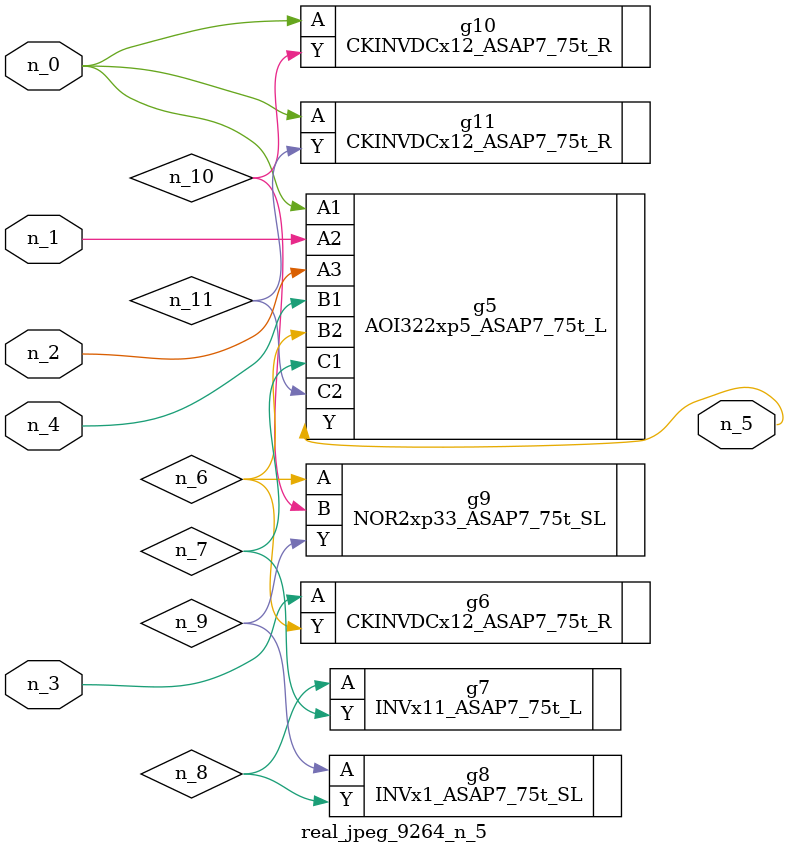
<source format=v>
module real_jpeg_9264_n_5 (n_4, n_0, n_1, n_2, n_3, n_5);

input n_4;
input n_0;
input n_1;
input n_2;
input n_3;

output n_5;

wire n_8;
wire n_11;
wire n_6;
wire n_7;
wire n_10;
wire n_9;

AOI322xp5_ASAP7_75t_L g5 ( 
.A1(n_0),
.A2(n_1),
.A3(n_2),
.B1(n_4),
.B2(n_6),
.C1(n_7),
.C2(n_11),
.Y(n_5)
);

CKINVDCx12_ASAP7_75t_R g10 ( 
.A(n_0),
.Y(n_10)
);

CKINVDCx12_ASAP7_75t_R g11 ( 
.A(n_0),
.Y(n_11)
);

CKINVDCx12_ASAP7_75t_R g6 ( 
.A(n_3),
.Y(n_6)
);

NOR2xp33_ASAP7_75t_SL g9 ( 
.A(n_6),
.B(n_10),
.Y(n_9)
);

INVx11_ASAP7_75t_L g7 ( 
.A(n_8),
.Y(n_7)
);

INVx1_ASAP7_75t_SL g8 ( 
.A(n_9),
.Y(n_8)
);


endmodule
</source>
